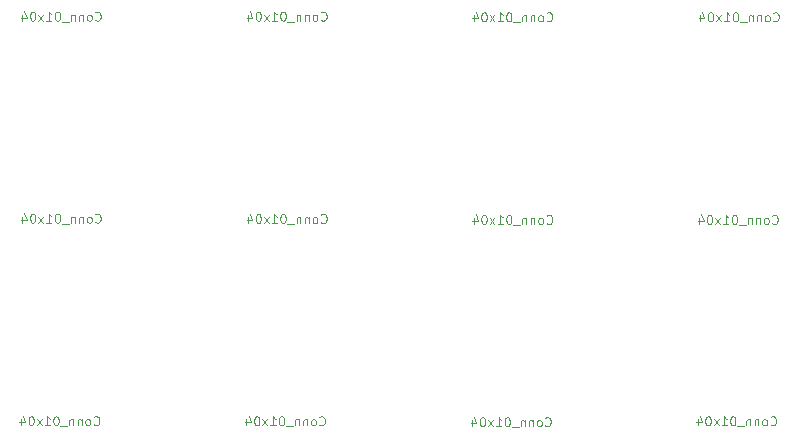
<source format=gbr>
%TF.GenerationSoftware,KiCad,Pcbnew,5.1.10-88a1d61d58~90~ubuntu20.04.1*%
%TF.CreationDate,2022-01-17T11:14:37+00:00*%
%TF.ProjectId,grove_adaptor_panel,67726f76-655f-4616-9461-70746f725f70,rev?*%
%TF.SameCoordinates,Original*%
%TF.FileFunction,Other,Fab,Bot*%
%FSLAX46Y46*%
G04 Gerber Fmt 4.6, Leading zero omitted, Abs format (unit mm)*
G04 Created by KiCad (PCBNEW 5.1.10-88a1d61d58~90~ubuntu20.04.1) date 2022-01-17 11:14:37*
%MOMM*%
%LPD*%
G01*
G04 APERTURE LIST*
%ADD10C,0.077216*%
G04 APERTURE END LIST*
%TO.C,J2*%
D10*
X144536087Y-107546691D02*
X144572857Y-107583460D01*
X144683165Y-107620230D01*
X144756704Y-107620230D01*
X144867013Y-107583460D01*
X144940552Y-107509921D01*
X144977321Y-107436382D01*
X145014091Y-107289304D01*
X145014091Y-107178996D01*
X144977321Y-107031918D01*
X144940552Y-106958379D01*
X144867013Y-106884840D01*
X144756704Y-106848070D01*
X144683165Y-106848070D01*
X144572857Y-106884840D01*
X144536087Y-106921609D01*
X144094853Y-107620230D02*
X144168392Y-107583460D01*
X144205161Y-107546691D01*
X144241931Y-107473152D01*
X144241931Y-107252535D01*
X144205161Y-107178996D01*
X144168392Y-107142226D01*
X144094853Y-107105457D01*
X143984544Y-107105457D01*
X143911005Y-107142226D01*
X143874236Y-107178996D01*
X143837466Y-107252535D01*
X143837466Y-107473152D01*
X143874236Y-107546691D01*
X143911005Y-107583460D01*
X143984544Y-107620230D01*
X144094853Y-107620230D01*
X143506540Y-107105457D02*
X143506540Y-107620230D01*
X143506540Y-107178996D02*
X143469771Y-107142226D01*
X143396232Y-107105457D01*
X143285923Y-107105457D01*
X143212384Y-107142226D01*
X143175615Y-107215765D01*
X143175615Y-107620230D01*
X142807919Y-107105457D02*
X142807919Y-107620230D01*
X142807919Y-107178996D02*
X142771150Y-107142226D01*
X142697611Y-107105457D01*
X142587302Y-107105457D01*
X142513763Y-107142226D01*
X142476994Y-107215765D01*
X142476994Y-107620230D01*
X142293146Y-107693769D02*
X141704834Y-107693769D01*
X141373908Y-106848070D02*
X141300369Y-106848070D01*
X141226830Y-106884840D01*
X141190060Y-106921609D01*
X141153291Y-106995148D01*
X141116521Y-107142226D01*
X141116521Y-107326074D01*
X141153291Y-107473152D01*
X141190060Y-107546691D01*
X141226830Y-107583460D01*
X141300369Y-107620230D01*
X141373908Y-107620230D01*
X141447447Y-107583460D01*
X141484217Y-107546691D01*
X141520986Y-107473152D01*
X141557756Y-107326074D01*
X141557756Y-107142226D01*
X141520986Y-106995148D01*
X141484217Y-106921609D01*
X141447447Y-106884840D01*
X141373908Y-106848070D01*
X140381131Y-107620230D02*
X140822365Y-107620230D01*
X140601748Y-107620230D02*
X140601748Y-106848070D01*
X140675287Y-106958379D01*
X140748826Y-107031918D01*
X140822365Y-107068687D01*
X140123744Y-107620230D02*
X139719279Y-107105457D01*
X140123744Y-107105457D02*
X139719279Y-107620230D01*
X139278045Y-106848070D02*
X139204506Y-106848070D01*
X139130967Y-106884840D01*
X139094198Y-106921609D01*
X139057428Y-106995148D01*
X139020658Y-107142226D01*
X139020658Y-107326074D01*
X139057428Y-107473152D01*
X139094198Y-107546691D01*
X139130967Y-107583460D01*
X139204506Y-107620230D01*
X139278045Y-107620230D01*
X139351584Y-107583460D01*
X139388354Y-107546691D01*
X139425123Y-107473152D01*
X139461893Y-107326074D01*
X139461893Y-107142226D01*
X139425123Y-106995148D01*
X139388354Y-106921609D01*
X139351584Y-106884840D01*
X139278045Y-106848070D01*
X138358807Y-107105457D02*
X138358807Y-107620230D01*
X138542655Y-106811300D02*
X138726502Y-107362843D01*
X138248498Y-107362843D01*
X163713087Y-90401691D02*
X163749857Y-90438460D01*
X163860165Y-90475230D01*
X163933704Y-90475230D01*
X164044013Y-90438460D01*
X164117552Y-90364921D01*
X164154321Y-90291382D01*
X164191091Y-90144304D01*
X164191091Y-90033996D01*
X164154321Y-89886918D01*
X164117552Y-89813379D01*
X164044013Y-89739840D01*
X163933704Y-89703070D01*
X163860165Y-89703070D01*
X163749857Y-89739840D01*
X163713087Y-89776609D01*
X163271853Y-90475230D02*
X163345392Y-90438460D01*
X163382161Y-90401691D01*
X163418931Y-90328152D01*
X163418931Y-90107535D01*
X163382161Y-90033996D01*
X163345392Y-89997226D01*
X163271853Y-89960457D01*
X163161544Y-89960457D01*
X163088005Y-89997226D01*
X163051236Y-90033996D01*
X163014466Y-90107535D01*
X163014466Y-90328152D01*
X163051236Y-90401691D01*
X163088005Y-90438460D01*
X163161544Y-90475230D01*
X163271853Y-90475230D01*
X162683540Y-89960457D02*
X162683540Y-90475230D01*
X162683540Y-90033996D02*
X162646771Y-89997226D01*
X162573232Y-89960457D01*
X162462923Y-89960457D01*
X162389384Y-89997226D01*
X162352615Y-90070765D01*
X162352615Y-90475230D01*
X161984919Y-89960457D02*
X161984919Y-90475230D01*
X161984919Y-90033996D02*
X161948150Y-89997226D01*
X161874611Y-89960457D01*
X161764302Y-89960457D01*
X161690763Y-89997226D01*
X161653994Y-90070765D01*
X161653994Y-90475230D01*
X161470146Y-90548769D02*
X160881834Y-90548769D01*
X160550908Y-89703070D02*
X160477369Y-89703070D01*
X160403830Y-89739840D01*
X160367060Y-89776609D01*
X160330291Y-89850148D01*
X160293521Y-89997226D01*
X160293521Y-90181074D01*
X160330291Y-90328152D01*
X160367060Y-90401691D01*
X160403830Y-90438460D01*
X160477369Y-90475230D01*
X160550908Y-90475230D01*
X160624447Y-90438460D01*
X160661217Y-90401691D01*
X160697986Y-90328152D01*
X160734756Y-90181074D01*
X160734756Y-89997226D01*
X160697986Y-89850148D01*
X160661217Y-89776609D01*
X160624447Y-89739840D01*
X160550908Y-89703070D01*
X159558131Y-90475230D02*
X159999365Y-90475230D01*
X159778748Y-90475230D02*
X159778748Y-89703070D01*
X159852287Y-89813379D01*
X159925826Y-89886918D01*
X159999365Y-89923687D01*
X159300744Y-90475230D02*
X158896279Y-89960457D01*
X159300744Y-89960457D02*
X158896279Y-90475230D01*
X158455045Y-89703070D02*
X158381506Y-89703070D01*
X158307967Y-89739840D01*
X158271198Y-89776609D01*
X158234428Y-89850148D01*
X158197658Y-89997226D01*
X158197658Y-90181074D01*
X158234428Y-90328152D01*
X158271198Y-90401691D01*
X158307967Y-90438460D01*
X158381506Y-90475230D01*
X158455045Y-90475230D01*
X158528584Y-90438460D01*
X158565354Y-90401691D01*
X158602123Y-90328152D01*
X158638893Y-90181074D01*
X158638893Y-89997226D01*
X158602123Y-89850148D01*
X158565354Y-89776609D01*
X158528584Y-89739840D01*
X158455045Y-89703070D01*
X157535807Y-89960457D02*
X157535807Y-90475230D01*
X157719655Y-89666300D02*
X157903502Y-90217843D01*
X157425498Y-90217843D01*
X144536087Y-90401691D02*
X144572857Y-90438460D01*
X144683165Y-90475230D01*
X144756704Y-90475230D01*
X144867013Y-90438460D01*
X144940552Y-90364921D01*
X144977321Y-90291382D01*
X145014091Y-90144304D01*
X145014091Y-90033996D01*
X144977321Y-89886918D01*
X144940552Y-89813379D01*
X144867013Y-89739840D01*
X144756704Y-89703070D01*
X144683165Y-89703070D01*
X144572857Y-89739840D01*
X144536087Y-89776609D01*
X144094853Y-90475230D02*
X144168392Y-90438460D01*
X144205161Y-90401691D01*
X144241931Y-90328152D01*
X144241931Y-90107535D01*
X144205161Y-90033996D01*
X144168392Y-89997226D01*
X144094853Y-89960457D01*
X143984544Y-89960457D01*
X143911005Y-89997226D01*
X143874236Y-90033996D01*
X143837466Y-90107535D01*
X143837466Y-90328152D01*
X143874236Y-90401691D01*
X143911005Y-90438460D01*
X143984544Y-90475230D01*
X144094853Y-90475230D01*
X143506540Y-89960457D02*
X143506540Y-90475230D01*
X143506540Y-90033996D02*
X143469771Y-89997226D01*
X143396232Y-89960457D01*
X143285923Y-89960457D01*
X143212384Y-89997226D01*
X143175615Y-90070765D01*
X143175615Y-90475230D01*
X142807919Y-89960457D02*
X142807919Y-90475230D01*
X142807919Y-90033996D02*
X142771150Y-89997226D01*
X142697611Y-89960457D01*
X142587302Y-89960457D01*
X142513763Y-89997226D01*
X142476994Y-90070765D01*
X142476994Y-90475230D01*
X142293146Y-90548769D02*
X141704834Y-90548769D01*
X141373908Y-89703070D02*
X141300369Y-89703070D01*
X141226830Y-89739840D01*
X141190060Y-89776609D01*
X141153291Y-89850148D01*
X141116521Y-89997226D01*
X141116521Y-90181074D01*
X141153291Y-90328152D01*
X141190060Y-90401691D01*
X141226830Y-90438460D01*
X141300369Y-90475230D01*
X141373908Y-90475230D01*
X141447447Y-90438460D01*
X141484217Y-90401691D01*
X141520986Y-90328152D01*
X141557756Y-90181074D01*
X141557756Y-89997226D01*
X141520986Y-89850148D01*
X141484217Y-89776609D01*
X141447447Y-89739840D01*
X141373908Y-89703070D01*
X140381131Y-90475230D02*
X140822365Y-90475230D01*
X140601748Y-90475230D02*
X140601748Y-89703070D01*
X140675287Y-89813379D01*
X140748826Y-89886918D01*
X140822365Y-89923687D01*
X140123744Y-90475230D02*
X139719279Y-89960457D01*
X140123744Y-89960457D02*
X139719279Y-90475230D01*
X139278045Y-89703070D02*
X139204506Y-89703070D01*
X139130967Y-89739840D01*
X139094198Y-89776609D01*
X139057428Y-89850148D01*
X139020658Y-89997226D01*
X139020658Y-90181074D01*
X139057428Y-90328152D01*
X139094198Y-90401691D01*
X139130967Y-90438460D01*
X139204506Y-90475230D01*
X139278045Y-90475230D01*
X139351584Y-90438460D01*
X139388354Y-90401691D01*
X139425123Y-90328152D01*
X139461893Y-90181074D01*
X139461893Y-89997226D01*
X139425123Y-89850148D01*
X139388354Y-89776609D01*
X139351584Y-89739840D01*
X139278045Y-89703070D01*
X138358807Y-89960457D02*
X138358807Y-90475230D01*
X138542655Y-89666300D02*
X138726502Y-90217843D01*
X138248498Y-90217843D01*
X125422587Y-107483191D02*
X125459357Y-107519960D01*
X125569665Y-107556730D01*
X125643204Y-107556730D01*
X125753513Y-107519960D01*
X125827052Y-107446421D01*
X125863821Y-107372882D01*
X125900591Y-107225804D01*
X125900591Y-107115496D01*
X125863821Y-106968418D01*
X125827052Y-106894879D01*
X125753513Y-106821340D01*
X125643204Y-106784570D01*
X125569665Y-106784570D01*
X125459357Y-106821340D01*
X125422587Y-106858109D01*
X124981353Y-107556730D02*
X125054892Y-107519960D01*
X125091661Y-107483191D01*
X125128431Y-107409652D01*
X125128431Y-107189035D01*
X125091661Y-107115496D01*
X125054892Y-107078726D01*
X124981353Y-107041957D01*
X124871044Y-107041957D01*
X124797505Y-107078726D01*
X124760736Y-107115496D01*
X124723966Y-107189035D01*
X124723966Y-107409652D01*
X124760736Y-107483191D01*
X124797505Y-107519960D01*
X124871044Y-107556730D01*
X124981353Y-107556730D01*
X124393040Y-107041957D02*
X124393040Y-107556730D01*
X124393040Y-107115496D02*
X124356271Y-107078726D01*
X124282732Y-107041957D01*
X124172423Y-107041957D01*
X124098884Y-107078726D01*
X124062115Y-107152265D01*
X124062115Y-107556730D01*
X123694419Y-107041957D02*
X123694419Y-107556730D01*
X123694419Y-107115496D02*
X123657650Y-107078726D01*
X123584111Y-107041957D01*
X123473802Y-107041957D01*
X123400263Y-107078726D01*
X123363494Y-107152265D01*
X123363494Y-107556730D01*
X123179646Y-107630269D02*
X122591334Y-107630269D01*
X122260408Y-106784570D02*
X122186869Y-106784570D01*
X122113330Y-106821340D01*
X122076560Y-106858109D01*
X122039791Y-106931648D01*
X122003021Y-107078726D01*
X122003021Y-107262574D01*
X122039791Y-107409652D01*
X122076560Y-107483191D01*
X122113330Y-107519960D01*
X122186869Y-107556730D01*
X122260408Y-107556730D01*
X122333947Y-107519960D01*
X122370717Y-107483191D01*
X122407486Y-107409652D01*
X122444256Y-107262574D01*
X122444256Y-107078726D01*
X122407486Y-106931648D01*
X122370717Y-106858109D01*
X122333947Y-106821340D01*
X122260408Y-106784570D01*
X121267631Y-107556730D02*
X121708865Y-107556730D01*
X121488248Y-107556730D02*
X121488248Y-106784570D01*
X121561787Y-106894879D01*
X121635326Y-106968418D01*
X121708865Y-107005187D01*
X121010244Y-107556730D02*
X120605779Y-107041957D01*
X121010244Y-107041957D02*
X120605779Y-107556730D01*
X120164545Y-106784570D02*
X120091006Y-106784570D01*
X120017467Y-106821340D01*
X119980698Y-106858109D01*
X119943928Y-106931648D01*
X119907158Y-107078726D01*
X119907158Y-107262574D01*
X119943928Y-107409652D01*
X119980698Y-107483191D01*
X120017467Y-107519960D01*
X120091006Y-107556730D01*
X120164545Y-107556730D01*
X120238084Y-107519960D01*
X120274854Y-107483191D01*
X120311623Y-107409652D01*
X120348393Y-107262574D01*
X120348393Y-107078726D01*
X120311623Y-106931648D01*
X120274854Y-106858109D01*
X120238084Y-106821340D01*
X120164545Y-106784570D01*
X119245307Y-107041957D02*
X119245307Y-107556730D01*
X119429155Y-106747800D02*
X119613002Y-107299343D01*
X119134998Y-107299343D01*
X106192087Y-124590191D02*
X106228857Y-124626960D01*
X106339165Y-124663730D01*
X106412704Y-124663730D01*
X106523013Y-124626960D01*
X106596552Y-124553421D01*
X106633321Y-124479882D01*
X106670091Y-124332804D01*
X106670091Y-124222496D01*
X106633321Y-124075418D01*
X106596552Y-124001879D01*
X106523013Y-123928340D01*
X106412704Y-123891570D01*
X106339165Y-123891570D01*
X106228857Y-123928340D01*
X106192087Y-123965109D01*
X105750853Y-124663730D02*
X105824392Y-124626960D01*
X105861161Y-124590191D01*
X105897931Y-124516652D01*
X105897931Y-124296035D01*
X105861161Y-124222496D01*
X105824392Y-124185726D01*
X105750853Y-124148957D01*
X105640544Y-124148957D01*
X105567005Y-124185726D01*
X105530236Y-124222496D01*
X105493466Y-124296035D01*
X105493466Y-124516652D01*
X105530236Y-124590191D01*
X105567005Y-124626960D01*
X105640544Y-124663730D01*
X105750853Y-124663730D01*
X105162540Y-124148957D02*
X105162540Y-124663730D01*
X105162540Y-124222496D02*
X105125771Y-124185726D01*
X105052232Y-124148957D01*
X104941923Y-124148957D01*
X104868384Y-124185726D01*
X104831615Y-124259265D01*
X104831615Y-124663730D01*
X104463919Y-124148957D02*
X104463919Y-124663730D01*
X104463919Y-124222496D02*
X104427150Y-124185726D01*
X104353611Y-124148957D01*
X104243302Y-124148957D01*
X104169763Y-124185726D01*
X104132994Y-124259265D01*
X104132994Y-124663730D01*
X103949146Y-124737269D02*
X103360834Y-124737269D01*
X103029908Y-123891570D02*
X102956369Y-123891570D01*
X102882830Y-123928340D01*
X102846060Y-123965109D01*
X102809291Y-124038648D01*
X102772521Y-124185726D01*
X102772521Y-124369574D01*
X102809291Y-124516652D01*
X102846060Y-124590191D01*
X102882830Y-124626960D01*
X102956369Y-124663730D01*
X103029908Y-124663730D01*
X103103447Y-124626960D01*
X103140217Y-124590191D01*
X103176986Y-124516652D01*
X103213756Y-124369574D01*
X103213756Y-124185726D01*
X103176986Y-124038648D01*
X103140217Y-123965109D01*
X103103447Y-123928340D01*
X103029908Y-123891570D01*
X102037131Y-124663730D02*
X102478365Y-124663730D01*
X102257748Y-124663730D02*
X102257748Y-123891570D01*
X102331287Y-124001879D01*
X102404826Y-124075418D01*
X102478365Y-124112187D01*
X101779744Y-124663730D02*
X101375279Y-124148957D01*
X101779744Y-124148957D02*
X101375279Y-124663730D01*
X100934045Y-123891570D02*
X100860506Y-123891570D01*
X100786967Y-123928340D01*
X100750198Y-123965109D01*
X100713428Y-124038648D01*
X100676658Y-124185726D01*
X100676658Y-124369574D01*
X100713428Y-124516652D01*
X100750198Y-124590191D01*
X100786967Y-124626960D01*
X100860506Y-124663730D01*
X100934045Y-124663730D01*
X101007584Y-124626960D01*
X101044354Y-124590191D01*
X101081123Y-124516652D01*
X101117893Y-124369574D01*
X101117893Y-124185726D01*
X101081123Y-124038648D01*
X101044354Y-123965109D01*
X101007584Y-123928340D01*
X100934045Y-123891570D01*
X100014807Y-124148957D02*
X100014807Y-124663730D01*
X100198655Y-123854800D02*
X100382502Y-124406343D01*
X99904498Y-124406343D01*
X106319087Y-107445191D02*
X106355857Y-107481960D01*
X106466165Y-107518730D01*
X106539704Y-107518730D01*
X106650013Y-107481960D01*
X106723552Y-107408421D01*
X106760321Y-107334882D01*
X106797091Y-107187804D01*
X106797091Y-107077496D01*
X106760321Y-106930418D01*
X106723552Y-106856879D01*
X106650013Y-106783340D01*
X106539704Y-106746570D01*
X106466165Y-106746570D01*
X106355857Y-106783340D01*
X106319087Y-106820109D01*
X105877853Y-107518730D02*
X105951392Y-107481960D01*
X105988161Y-107445191D01*
X106024931Y-107371652D01*
X106024931Y-107151035D01*
X105988161Y-107077496D01*
X105951392Y-107040726D01*
X105877853Y-107003957D01*
X105767544Y-107003957D01*
X105694005Y-107040726D01*
X105657236Y-107077496D01*
X105620466Y-107151035D01*
X105620466Y-107371652D01*
X105657236Y-107445191D01*
X105694005Y-107481960D01*
X105767544Y-107518730D01*
X105877853Y-107518730D01*
X105289540Y-107003957D02*
X105289540Y-107518730D01*
X105289540Y-107077496D02*
X105252771Y-107040726D01*
X105179232Y-107003957D01*
X105068923Y-107003957D01*
X104995384Y-107040726D01*
X104958615Y-107114265D01*
X104958615Y-107518730D01*
X104590919Y-107003957D02*
X104590919Y-107518730D01*
X104590919Y-107077496D02*
X104554150Y-107040726D01*
X104480611Y-107003957D01*
X104370302Y-107003957D01*
X104296763Y-107040726D01*
X104259994Y-107114265D01*
X104259994Y-107518730D01*
X104076146Y-107592269D02*
X103487834Y-107592269D01*
X103156908Y-106746570D02*
X103083369Y-106746570D01*
X103009830Y-106783340D01*
X102973060Y-106820109D01*
X102936291Y-106893648D01*
X102899521Y-107040726D01*
X102899521Y-107224574D01*
X102936291Y-107371652D01*
X102973060Y-107445191D01*
X103009830Y-107481960D01*
X103083369Y-107518730D01*
X103156908Y-107518730D01*
X103230447Y-107481960D01*
X103267217Y-107445191D01*
X103303986Y-107371652D01*
X103340756Y-107224574D01*
X103340756Y-107040726D01*
X103303986Y-106893648D01*
X103267217Y-106820109D01*
X103230447Y-106783340D01*
X103156908Y-106746570D01*
X102164131Y-107518730D02*
X102605365Y-107518730D01*
X102384748Y-107518730D02*
X102384748Y-106746570D01*
X102458287Y-106856879D01*
X102531826Y-106930418D01*
X102605365Y-106967187D01*
X101906744Y-107518730D02*
X101502279Y-107003957D01*
X101906744Y-107003957D02*
X101502279Y-107518730D01*
X101061045Y-106746570D02*
X100987506Y-106746570D01*
X100913967Y-106783340D01*
X100877198Y-106820109D01*
X100840428Y-106893648D01*
X100803658Y-107040726D01*
X100803658Y-107224574D01*
X100840428Y-107371652D01*
X100877198Y-107445191D01*
X100913967Y-107481960D01*
X100987506Y-107518730D01*
X101061045Y-107518730D01*
X101134584Y-107481960D01*
X101171354Y-107445191D01*
X101208123Y-107371652D01*
X101244893Y-107224574D01*
X101244893Y-107040726D01*
X101208123Y-106893648D01*
X101171354Y-106820109D01*
X101134584Y-106783340D01*
X101061045Y-106746570D01*
X100141807Y-107003957D02*
X100141807Y-107518730D01*
X100325655Y-106709800D02*
X100509502Y-107261343D01*
X100031498Y-107261343D01*
X163502587Y-124612191D02*
X163539357Y-124648960D01*
X163649665Y-124685730D01*
X163723204Y-124685730D01*
X163833513Y-124648960D01*
X163907052Y-124575421D01*
X163943821Y-124501882D01*
X163980591Y-124354804D01*
X163980591Y-124244496D01*
X163943821Y-124097418D01*
X163907052Y-124023879D01*
X163833513Y-123950340D01*
X163723204Y-123913570D01*
X163649665Y-123913570D01*
X163539357Y-123950340D01*
X163502587Y-123987109D01*
X163061353Y-124685730D02*
X163134892Y-124648960D01*
X163171661Y-124612191D01*
X163208431Y-124538652D01*
X163208431Y-124318035D01*
X163171661Y-124244496D01*
X163134892Y-124207726D01*
X163061353Y-124170957D01*
X162951044Y-124170957D01*
X162877505Y-124207726D01*
X162840736Y-124244496D01*
X162803966Y-124318035D01*
X162803966Y-124538652D01*
X162840736Y-124612191D01*
X162877505Y-124648960D01*
X162951044Y-124685730D01*
X163061353Y-124685730D01*
X162473040Y-124170957D02*
X162473040Y-124685730D01*
X162473040Y-124244496D02*
X162436271Y-124207726D01*
X162362732Y-124170957D01*
X162252423Y-124170957D01*
X162178884Y-124207726D01*
X162142115Y-124281265D01*
X162142115Y-124685730D01*
X161774419Y-124170957D02*
X161774419Y-124685730D01*
X161774419Y-124244496D02*
X161737650Y-124207726D01*
X161664111Y-124170957D01*
X161553802Y-124170957D01*
X161480263Y-124207726D01*
X161443494Y-124281265D01*
X161443494Y-124685730D01*
X161259646Y-124759269D02*
X160671334Y-124759269D01*
X160340408Y-123913570D02*
X160266869Y-123913570D01*
X160193330Y-123950340D01*
X160156560Y-123987109D01*
X160119791Y-124060648D01*
X160083021Y-124207726D01*
X160083021Y-124391574D01*
X160119791Y-124538652D01*
X160156560Y-124612191D01*
X160193330Y-124648960D01*
X160266869Y-124685730D01*
X160340408Y-124685730D01*
X160413947Y-124648960D01*
X160450717Y-124612191D01*
X160487486Y-124538652D01*
X160524256Y-124391574D01*
X160524256Y-124207726D01*
X160487486Y-124060648D01*
X160450717Y-123987109D01*
X160413947Y-123950340D01*
X160340408Y-123913570D01*
X159347631Y-124685730D02*
X159788865Y-124685730D01*
X159568248Y-124685730D02*
X159568248Y-123913570D01*
X159641787Y-124023879D01*
X159715326Y-124097418D01*
X159788865Y-124134187D01*
X159090244Y-124685730D02*
X158685779Y-124170957D01*
X159090244Y-124170957D02*
X158685779Y-124685730D01*
X158244545Y-123913570D02*
X158171006Y-123913570D01*
X158097467Y-123950340D01*
X158060698Y-123987109D01*
X158023928Y-124060648D01*
X157987158Y-124207726D01*
X157987158Y-124391574D01*
X158023928Y-124538652D01*
X158060698Y-124612191D01*
X158097467Y-124648960D01*
X158171006Y-124685730D01*
X158244545Y-124685730D01*
X158318084Y-124648960D01*
X158354854Y-124612191D01*
X158391623Y-124538652D01*
X158428393Y-124391574D01*
X158428393Y-124207726D01*
X158391623Y-124060648D01*
X158354854Y-123987109D01*
X158318084Y-123950340D01*
X158244545Y-123913570D01*
X157325307Y-124170957D02*
X157325307Y-124685730D01*
X157509155Y-123876800D02*
X157693002Y-124428343D01*
X157214998Y-124428343D01*
X144399087Y-124675691D02*
X144435857Y-124712460D01*
X144546165Y-124749230D01*
X144619704Y-124749230D01*
X144730013Y-124712460D01*
X144803552Y-124638921D01*
X144840321Y-124565382D01*
X144877091Y-124418304D01*
X144877091Y-124307996D01*
X144840321Y-124160918D01*
X144803552Y-124087379D01*
X144730013Y-124013840D01*
X144619704Y-123977070D01*
X144546165Y-123977070D01*
X144435857Y-124013840D01*
X144399087Y-124050609D01*
X143957853Y-124749230D02*
X144031392Y-124712460D01*
X144068161Y-124675691D01*
X144104931Y-124602152D01*
X144104931Y-124381535D01*
X144068161Y-124307996D01*
X144031392Y-124271226D01*
X143957853Y-124234457D01*
X143847544Y-124234457D01*
X143774005Y-124271226D01*
X143737236Y-124307996D01*
X143700466Y-124381535D01*
X143700466Y-124602152D01*
X143737236Y-124675691D01*
X143774005Y-124712460D01*
X143847544Y-124749230D01*
X143957853Y-124749230D01*
X143369540Y-124234457D02*
X143369540Y-124749230D01*
X143369540Y-124307996D02*
X143332771Y-124271226D01*
X143259232Y-124234457D01*
X143148923Y-124234457D01*
X143075384Y-124271226D01*
X143038615Y-124344765D01*
X143038615Y-124749230D01*
X142670919Y-124234457D02*
X142670919Y-124749230D01*
X142670919Y-124307996D02*
X142634150Y-124271226D01*
X142560611Y-124234457D01*
X142450302Y-124234457D01*
X142376763Y-124271226D01*
X142339994Y-124344765D01*
X142339994Y-124749230D01*
X142156146Y-124822769D02*
X141567834Y-124822769D01*
X141236908Y-123977070D02*
X141163369Y-123977070D01*
X141089830Y-124013840D01*
X141053060Y-124050609D01*
X141016291Y-124124148D01*
X140979521Y-124271226D01*
X140979521Y-124455074D01*
X141016291Y-124602152D01*
X141053060Y-124675691D01*
X141089830Y-124712460D01*
X141163369Y-124749230D01*
X141236908Y-124749230D01*
X141310447Y-124712460D01*
X141347217Y-124675691D01*
X141383986Y-124602152D01*
X141420756Y-124455074D01*
X141420756Y-124271226D01*
X141383986Y-124124148D01*
X141347217Y-124050609D01*
X141310447Y-124013840D01*
X141236908Y-123977070D01*
X140244131Y-124749230D02*
X140685365Y-124749230D01*
X140464748Y-124749230D02*
X140464748Y-123977070D01*
X140538287Y-124087379D01*
X140611826Y-124160918D01*
X140685365Y-124197687D01*
X139986744Y-124749230D02*
X139582279Y-124234457D01*
X139986744Y-124234457D02*
X139582279Y-124749230D01*
X139141045Y-123977070D02*
X139067506Y-123977070D01*
X138993967Y-124013840D01*
X138957198Y-124050609D01*
X138920428Y-124124148D01*
X138883658Y-124271226D01*
X138883658Y-124455074D01*
X138920428Y-124602152D01*
X138957198Y-124675691D01*
X138993967Y-124712460D01*
X139067506Y-124749230D01*
X139141045Y-124749230D01*
X139214584Y-124712460D01*
X139251354Y-124675691D01*
X139288123Y-124602152D01*
X139324893Y-124455074D01*
X139324893Y-124271226D01*
X139288123Y-124124148D01*
X139251354Y-124050609D01*
X139214584Y-124013840D01*
X139141045Y-123977070D01*
X138221807Y-124234457D02*
X138221807Y-124749230D01*
X138405655Y-123940300D02*
X138589502Y-124491843D01*
X138111498Y-124491843D01*
X125295587Y-124612191D02*
X125332357Y-124648960D01*
X125442665Y-124685730D01*
X125516204Y-124685730D01*
X125626513Y-124648960D01*
X125700052Y-124575421D01*
X125736821Y-124501882D01*
X125773591Y-124354804D01*
X125773591Y-124244496D01*
X125736821Y-124097418D01*
X125700052Y-124023879D01*
X125626513Y-123950340D01*
X125516204Y-123913570D01*
X125442665Y-123913570D01*
X125332357Y-123950340D01*
X125295587Y-123987109D01*
X124854353Y-124685730D02*
X124927892Y-124648960D01*
X124964661Y-124612191D01*
X125001431Y-124538652D01*
X125001431Y-124318035D01*
X124964661Y-124244496D01*
X124927892Y-124207726D01*
X124854353Y-124170957D01*
X124744044Y-124170957D01*
X124670505Y-124207726D01*
X124633736Y-124244496D01*
X124596966Y-124318035D01*
X124596966Y-124538652D01*
X124633736Y-124612191D01*
X124670505Y-124648960D01*
X124744044Y-124685730D01*
X124854353Y-124685730D01*
X124266040Y-124170957D02*
X124266040Y-124685730D01*
X124266040Y-124244496D02*
X124229271Y-124207726D01*
X124155732Y-124170957D01*
X124045423Y-124170957D01*
X123971884Y-124207726D01*
X123935115Y-124281265D01*
X123935115Y-124685730D01*
X123567419Y-124170957D02*
X123567419Y-124685730D01*
X123567419Y-124244496D02*
X123530650Y-124207726D01*
X123457111Y-124170957D01*
X123346802Y-124170957D01*
X123273263Y-124207726D01*
X123236494Y-124281265D01*
X123236494Y-124685730D01*
X123052646Y-124759269D02*
X122464334Y-124759269D01*
X122133408Y-123913570D02*
X122059869Y-123913570D01*
X121986330Y-123950340D01*
X121949560Y-123987109D01*
X121912791Y-124060648D01*
X121876021Y-124207726D01*
X121876021Y-124391574D01*
X121912791Y-124538652D01*
X121949560Y-124612191D01*
X121986330Y-124648960D01*
X122059869Y-124685730D01*
X122133408Y-124685730D01*
X122206947Y-124648960D01*
X122243717Y-124612191D01*
X122280486Y-124538652D01*
X122317256Y-124391574D01*
X122317256Y-124207726D01*
X122280486Y-124060648D01*
X122243717Y-123987109D01*
X122206947Y-123950340D01*
X122133408Y-123913570D01*
X121140631Y-124685730D02*
X121581865Y-124685730D01*
X121361248Y-124685730D02*
X121361248Y-123913570D01*
X121434787Y-124023879D01*
X121508326Y-124097418D01*
X121581865Y-124134187D01*
X120883244Y-124685730D02*
X120478779Y-124170957D01*
X120883244Y-124170957D02*
X120478779Y-124685730D01*
X120037545Y-123913570D02*
X119964006Y-123913570D01*
X119890467Y-123950340D01*
X119853698Y-123987109D01*
X119816928Y-124060648D01*
X119780158Y-124207726D01*
X119780158Y-124391574D01*
X119816928Y-124538652D01*
X119853698Y-124612191D01*
X119890467Y-124648960D01*
X119964006Y-124685730D01*
X120037545Y-124685730D01*
X120111084Y-124648960D01*
X120147854Y-124612191D01*
X120184623Y-124538652D01*
X120221393Y-124391574D01*
X120221393Y-124207726D01*
X120184623Y-124060648D01*
X120147854Y-123987109D01*
X120111084Y-123950340D01*
X120037545Y-123913570D01*
X119118307Y-124170957D02*
X119118307Y-124685730D01*
X119302155Y-123876800D02*
X119486002Y-124428343D01*
X119007998Y-124428343D01*
X163629587Y-107550191D02*
X163666357Y-107586960D01*
X163776665Y-107623730D01*
X163850204Y-107623730D01*
X163960513Y-107586960D01*
X164034052Y-107513421D01*
X164070821Y-107439882D01*
X164107591Y-107292804D01*
X164107591Y-107182496D01*
X164070821Y-107035418D01*
X164034052Y-106961879D01*
X163960513Y-106888340D01*
X163850204Y-106851570D01*
X163776665Y-106851570D01*
X163666357Y-106888340D01*
X163629587Y-106925109D01*
X163188353Y-107623730D02*
X163261892Y-107586960D01*
X163298661Y-107550191D01*
X163335431Y-107476652D01*
X163335431Y-107256035D01*
X163298661Y-107182496D01*
X163261892Y-107145726D01*
X163188353Y-107108957D01*
X163078044Y-107108957D01*
X163004505Y-107145726D01*
X162967736Y-107182496D01*
X162930966Y-107256035D01*
X162930966Y-107476652D01*
X162967736Y-107550191D01*
X163004505Y-107586960D01*
X163078044Y-107623730D01*
X163188353Y-107623730D01*
X162600040Y-107108957D02*
X162600040Y-107623730D01*
X162600040Y-107182496D02*
X162563271Y-107145726D01*
X162489732Y-107108957D01*
X162379423Y-107108957D01*
X162305884Y-107145726D01*
X162269115Y-107219265D01*
X162269115Y-107623730D01*
X161901419Y-107108957D02*
X161901419Y-107623730D01*
X161901419Y-107182496D02*
X161864650Y-107145726D01*
X161791111Y-107108957D01*
X161680802Y-107108957D01*
X161607263Y-107145726D01*
X161570494Y-107219265D01*
X161570494Y-107623730D01*
X161386646Y-107697269D02*
X160798334Y-107697269D01*
X160467408Y-106851570D02*
X160393869Y-106851570D01*
X160320330Y-106888340D01*
X160283560Y-106925109D01*
X160246791Y-106998648D01*
X160210021Y-107145726D01*
X160210021Y-107329574D01*
X160246791Y-107476652D01*
X160283560Y-107550191D01*
X160320330Y-107586960D01*
X160393869Y-107623730D01*
X160467408Y-107623730D01*
X160540947Y-107586960D01*
X160577717Y-107550191D01*
X160614486Y-107476652D01*
X160651256Y-107329574D01*
X160651256Y-107145726D01*
X160614486Y-106998648D01*
X160577717Y-106925109D01*
X160540947Y-106888340D01*
X160467408Y-106851570D01*
X159474631Y-107623730D02*
X159915865Y-107623730D01*
X159695248Y-107623730D02*
X159695248Y-106851570D01*
X159768787Y-106961879D01*
X159842326Y-107035418D01*
X159915865Y-107072187D01*
X159217244Y-107623730D02*
X158812779Y-107108957D01*
X159217244Y-107108957D02*
X158812779Y-107623730D01*
X158371545Y-106851570D02*
X158298006Y-106851570D01*
X158224467Y-106888340D01*
X158187698Y-106925109D01*
X158150928Y-106998648D01*
X158114158Y-107145726D01*
X158114158Y-107329574D01*
X158150928Y-107476652D01*
X158187698Y-107550191D01*
X158224467Y-107586960D01*
X158298006Y-107623730D01*
X158371545Y-107623730D01*
X158445084Y-107586960D01*
X158481854Y-107550191D01*
X158518623Y-107476652D01*
X158555393Y-107329574D01*
X158555393Y-107145726D01*
X158518623Y-106998648D01*
X158481854Y-106925109D01*
X158445084Y-106888340D01*
X158371545Y-106851570D01*
X157452307Y-107108957D02*
X157452307Y-107623730D01*
X157636155Y-106814800D02*
X157820002Y-107366343D01*
X157341998Y-107366343D01*
X125422587Y-90341691D02*
X125459357Y-90378460D01*
X125569665Y-90415230D01*
X125643204Y-90415230D01*
X125753513Y-90378460D01*
X125827052Y-90304921D01*
X125863821Y-90231382D01*
X125900591Y-90084304D01*
X125900591Y-89973996D01*
X125863821Y-89826918D01*
X125827052Y-89753379D01*
X125753513Y-89679840D01*
X125643204Y-89643070D01*
X125569665Y-89643070D01*
X125459357Y-89679840D01*
X125422587Y-89716609D01*
X124981353Y-90415230D02*
X125054892Y-90378460D01*
X125091661Y-90341691D01*
X125128431Y-90268152D01*
X125128431Y-90047535D01*
X125091661Y-89973996D01*
X125054892Y-89937226D01*
X124981353Y-89900457D01*
X124871044Y-89900457D01*
X124797505Y-89937226D01*
X124760736Y-89973996D01*
X124723966Y-90047535D01*
X124723966Y-90268152D01*
X124760736Y-90341691D01*
X124797505Y-90378460D01*
X124871044Y-90415230D01*
X124981353Y-90415230D01*
X124393040Y-89900457D02*
X124393040Y-90415230D01*
X124393040Y-89973996D02*
X124356271Y-89937226D01*
X124282732Y-89900457D01*
X124172423Y-89900457D01*
X124098884Y-89937226D01*
X124062115Y-90010765D01*
X124062115Y-90415230D01*
X123694419Y-89900457D02*
X123694419Y-90415230D01*
X123694419Y-89973996D02*
X123657650Y-89937226D01*
X123584111Y-89900457D01*
X123473802Y-89900457D01*
X123400263Y-89937226D01*
X123363494Y-90010765D01*
X123363494Y-90415230D01*
X123179646Y-90488769D02*
X122591334Y-90488769D01*
X122260408Y-89643070D02*
X122186869Y-89643070D01*
X122113330Y-89679840D01*
X122076560Y-89716609D01*
X122039791Y-89790148D01*
X122003021Y-89937226D01*
X122003021Y-90121074D01*
X122039791Y-90268152D01*
X122076560Y-90341691D01*
X122113330Y-90378460D01*
X122186869Y-90415230D01*
X122260408Y-90415230D01*
X122333947Y-90378460D01*
X122370717Y-90341691D01*
X122407486Y-90268152D01*
X122444256Y-90121074D01*
X122444256Y-89937226D01*
X122407486Y-89790148D01*
X122370717Y-89716609D01*
X122333947Y-89679840D01*
X122260408Y-89643070D01*
X121267631Y-90415230D02*
X121708865Y-90415230D01*
X121488248Y-90415230D02*
X121488248Y-89643070D01*
X121561787Y-89753379D01*
X121635326Y-89826918D01*
X121708865Y-89863687D01*
X121010244Y-90415230D02*
X120605779Y-89900457D01*
X121010244Y-89900457D02*
X120605779Y-90415230D01*
X120164545Y-89643070D02*
X120091006Y-89643070D01*
X120017467Y-89679840D01*
X119980698Y-89716609D01*
X119943928Y-89790148D01*
X119907158Y-89937226D01*
X119907158Y-90121074D01*
X119943928Y-90268152D01*
X119980698Y-90341691D01*
X120017467Y-90378460D01*
X120091006Y-90415230D01*
X120164545Y-90415230D01*
X120238084Y-90378460D01*
X120274854Y-90341691D01*
X120311623Y-90268152D01*
X120348393Y-90121074D01*
X120348393Y-89937226D01*
X120311623Y-89790148D01*
X120274854Y-89716609D01*
X120238084Y-89679840D01*
X120164545Y-89643070D01*
X119245307Y-89900457D02*
X119245307Y-90415230D01*
X119429155Y-89606300D02*
X119613002Y-90157843D01*
X119134998Y-90157843D01*
X106319087Y-90341691D02*
X106355857Y-90378460D01*
X106466165Y-90415230D01*
X106539704Y-90415230D01*
X106650013Y-90378460D01*
X106723552Y-90304921D01*
X106760321Y-90231382D01*
X106797091Y-90084304D01*
X106797091Y-89973996D01*
X106760321Y-89826918D01*
X106723552Y-89753379D01*
X106650013Y-89679840D01*
X106539704Y-89643070D01*
X106466165Y-89643070D01*
X106355857Y-89679840D01*
X106319087Y-89716609D01*
X105877853Y-90415230D02*
X105951392Y-90378460D01*
X105988161Y-90341691D01*
X106024931Y-90268152D01*
X106024931Y-90047535D01*
X105988161Y-89973996D01*
X105951392Y-89937226D01*
X105877853Y-89900457D01*
X105767544Y-89900457D01*
X105694005Y-89937226D01*
X105657236Y-89973996D01*
X105620466Y-90047535D01*
X105620466Y-90268152D01*
X105657236Y-90341691D01*
X105694005Y-90378460D01*
X105767544Y-90415230D01*
X105877853Y-90415230D01*
X105289540Y-89900457D02*
X105289540Y-90415230D01*
X105289540Y-89973996D02*
X105252771Y-89937226D01*
X105179232Y-89900457D01*
X105068923Y-89900457D01*
X104995384Y-89937226D01*
X104958615Y-90010765D01*
X104958615Y-90415230D01*
X104590919Y-89900457D02*
X104590919Y-90415230D01*
X104590919Y-89973996D02*
X104554150Y-89937226D01*
X104480611Y-89900457D01*
X104370302Y-89900457D01*
X104296763Y-89937226D01*
X104259994Y-90010765D01*
X104259994Y-90415230D01*
X104076146Y-90488769D02*
X103487834Y-90488769D01*
X103156908Y-89643070D02*
X103083369Y-89643070D01*
X103009830Y-89679840D01*
X102973060Y-89716609D01*
X102936291Y-89790148D01*
X102899521Y-89937226D01*
X102899521Y-90121074D01*
X102936291Y-90268152D01*
X102973060Y-90341691D01*
X103009830Y-90378460D01*
X103083369Y-90415230D01*
X103156908Y-90415230D01*
X103230447Y-90378460D01*
X103267217Y-90341691D01*
X103303986Y-90268152D01*
X103340756Y-90121074D01*
X103340756Y-89937226D01*
X103303986Y-89790148D01*
X103267217Y-89716609D01*
X103230447Y-89679840D01*
X103156908Y-89643070D01*
X102164131Y-90415230D02*
X102605365Y-90415230D01*
X102384748Y-90415230D02*
X102384748Y-89643070D01*
X102458287Y-89753379D01*
X102531826Y-89826918D01*
X102605365Y-89863687D01*
X101906744Y-90415230D02*
X101502279Y-89900457D01*
X101906744Y-89900457D02*
X101502279Y-90415230D01*
X101061045Y-89643070D02*
X100987506Y-89643070D01*
X100913967Y-89679840D01*
X100877198Y-89716609D01*
X100840428Y-89790148D01*
X100803658Y-89937226D01*
X100803658Y-90121074D01*
X100840428Y-90268152D01*
X100877198Y-90341691D01*
X100913967Y-90378460D01*
X100987506Y-90415230D01*
X101061045Y-90415230D01*
X101134584Y-90378460D01*
X101171354Y-90341691D01*
X101208123Y-90268152D01*
X101244893Y-90121074D01*
X101244893Y-89937226D01*
X101208123Y-89790148D01*
X101171354Y-89716609D01*
X101134584Y-89679840D01*
X101061045Y-89643070D01*
X100141807Y-89900457D02*
X100141807Y-90415230D01*
X100325655Y-89606300D02*
X100509502Y-90157843D01*
X100031498Y-90157843D01*
%TD*%
M02*

</source>
